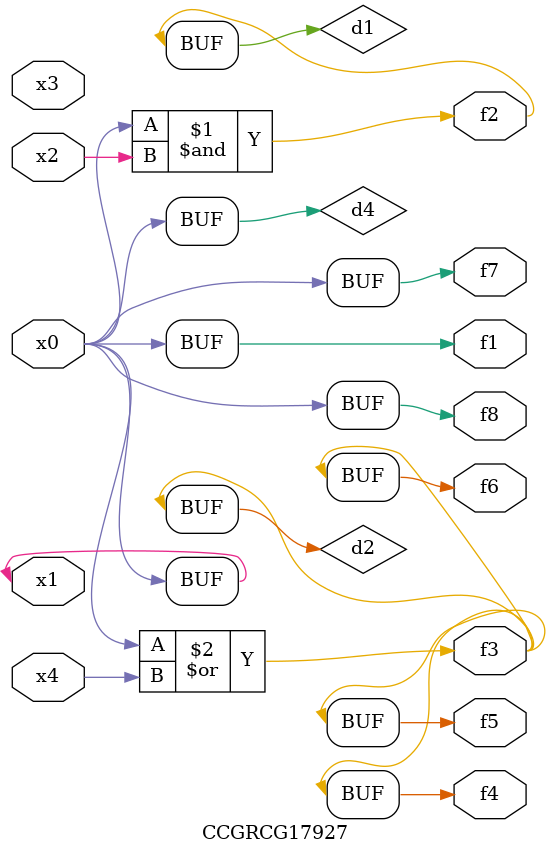
<source format=v>
module CCGRCG17927(
	input x0, x1, x2, x3, x4,
	output f1, f2, f3, f4, f5, f6, f7, f8
);

	wire d1, d2, d3, d4;

	and (d1, x0, x2);
	or (d2, x0, x4);
	nand (d3, x0, x2);
	buf (d4, x0, x1);
	assign f1 = d4;
	assign f2 = d1;
	assign f3 = d2;
	assign f4 = d2;
	assign f5 = d2;
	assign f6 = d2;
	assign f7 = d4;
	assign f8 = d4;
endmodule

</source>
